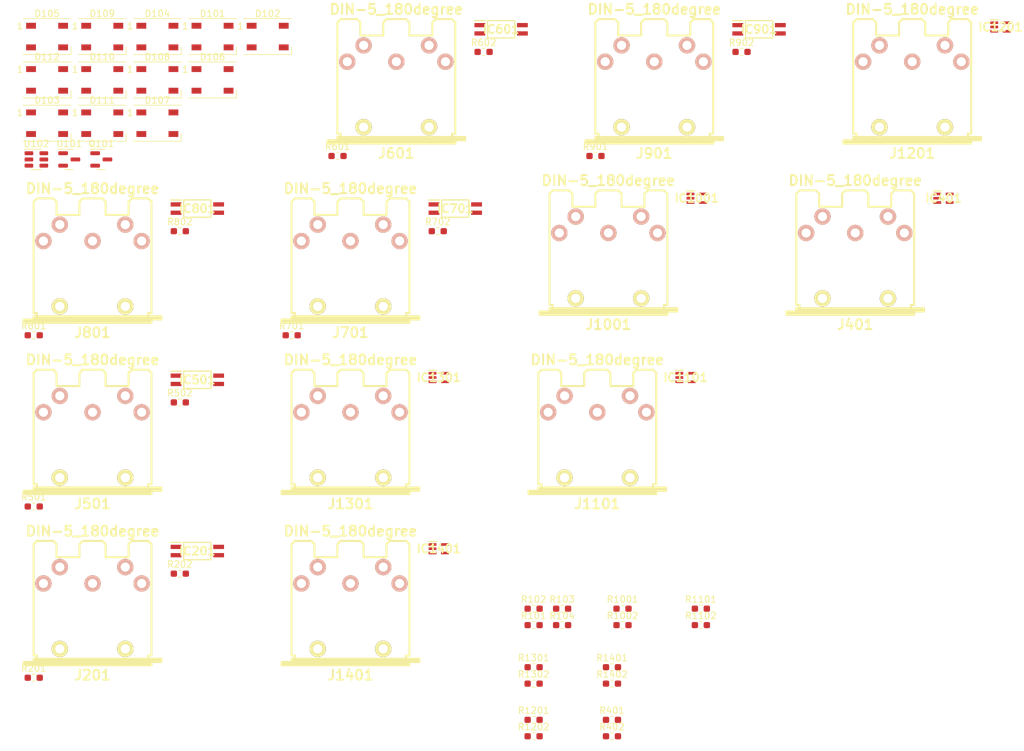
<source format=kicad_pcb>
(kicad_pcb (version 20211014) (generator pcbnew)
  (layers (0 "F.Cu" signal) (31 "B.Cu" signal) (34 "B.Paste" user) (35 "F.Paste" user) (36 "B.SilkS" user "B.Silkscreen") (37 "F.SilkS" user "F.Silkscreen") (38 "B.Mask" user) (39 "F.Mask" user) (44 "Edge.Cuts" user))
  (net 0 "")
  (net 1 "+5V")
  (net 2 "Net-(D101-Pad2)")
  (net 3 "GND")
  (net 4 "WS2812B")
  (net 5 "Net-(D102-Pad2)")
  (net 6 "Net-(D103-Pad2)")
  (net 7 "Net-(D104-Pad2)")
  (net 8 "Net-(D105-Pad2)")
  (net 9 "Net-(D106-Pad2)")
  (net 10 "Net-(D107-Pad2)")
  (net 11 "Net-(D108-Pad2)")
  (net 12 "Net-(D109-Pad2)")
  (net 13 "Net-(D110-Pad2)")
  (net 14 "Net-(D111-Pad2)")
  (net 16 "Net-(D201-Pad1)")
  (net 17 "Net-(D201-Pad2)")
  (net 18 "MIDI_IN1")
  (net 19 "MIDI_OUT1")
  (net 20 "Net-(IC401-Pad4)")
  (net 21 "Net-(D501-Pad1)")
  (net 22 "Net-(D501-Pad2)")
  (net 23 "MIDI_IN2")
  (net 24 "Net-(D601-Pad1)")
  (net 25 "Net-(D601-Pad2)")
  (net 26 "MIDI_IN3")
  (net 27 "Net-(D701-Pad1)")
  (net 28 "Net-(D701-Pad2)")
  (net 29 "MIDI_IN4")
  (net 30 "Net-(D801-Pad1)")
  (net 31 "Net-(D801-Pad2)")
  (net 32 "MIDI_IN5")
  (net 33 "Net-(D901-Pad1)")
  (net 34 "Net-(D901-Pad2)")
  (net 35 "MIDI_IN6")
  (net 36 "MIDI_OUT2")
  (net 37 "Net-(IC1001-Pad4)")
  (net 38 "MIDI_OUT3")
  (net 39 "Net-(IC1101-Pad4)")
  (net 40 "MIDI_OUT4")
  (net 41 "Net-(IC1201-Pad4)")
  (net 42 "MIDI_OUT5")
  (net 43 "Net-(IC1301-Pad4)")
  (net 44 "MIDI_OUT6")
  (net 45 "Net-(IC1401-Pad4)")
  (net 47 "Net-(J201-Pad4)")
  (net 51 "Net-(J401-Pad4)")
  (net 53 "Net-(J401-Pad5)")
  (net 55 "Net-(J501-Pad4)")
  (net 59 "Net-(J601-Pad4)")
  (net 63 "Net-(J701-Pad4)")
  (net 67 "Net-(J801-Pad4)")
  (net 71 "Net-(J901-Pad4)")
  (net 75 "Net-(J1001-Pad4)")
  (net 77 "Net-(J1001-Pad5)")
  (net 79 "Net-(J1101-Pad4)")
  (net 81 "Net-(J1101-Pad5)")
  (net 83 "Net-(J1201-Pad4)")
  (net 85 "Net-(J1201-Pad5)")
  (net 87 "Net-(J1301-Pad4)")
  (net 89 "Net-(J1301-Pad5)")
  (net 91 "Net-(J1401-Pad4)")
  (net 93 "Net-(J1401-Pad5)")
  (net 94 "Net-(Q101-Pad1)")
  (net 95 "+3V3")
  (net 96 "Net-(J102-Pad8)")
  (net 97 "USB_DM")
  (net 98 "Net-(J101-PadA6)")
  (net 99 "USB_DP")
  (net 100 "Net-(J101-PadA7)")
  (net 101 "DISP_BRI")
  (net 102 "Net-(J101-PadA5)")
  (net 103 "Net-(J101-PadB5)")
  (footprint "Footprints:MIDI_DIN5" (layer "F.Cu") (at 203.78676 74.404)
    (fp_text reference "J401" (at 0 11.00074) (layer "F.SilkS") (effects (font (size 1.524 1.524) (thickness 0.3048))))
    (fp_text value "DIN-5_180degree" (at 0 -11.00074) (layer "F.SilkS") (effects (font (size 1.524 1.524) (thickness 0.3048))))
    (pad "" np_thru_hole circle locked (at 5.00126 6.9977) (size 2.49936 2.49936) (drill 1.397) (layers *.Cu *.Mask "F.SilkS"))
    (pad "" np_thru_hole circle locked (at -5.00126 6.9977) (size 2.49936 2.49936) (drill 1.397) (layers *.Cu *.Mask "F.SilkS"))
    (pad "1" thru_hole circle locked (at 7.49808 -2.9972) (size 2.49936 2.49936) (drill 1.397) (layers *.Cu *.SilkS *.Mask))
    (pad "2" thru_hole circle locked (at 0 -2.99974) (size 2.49936 2.49936) (drill 1.397) (layers *.Cu *.SilkS *.Mask) (net 3 "GND"))
    (pad "3" thru_hole circle locked (at -7.49808 -2.9972) (size 2.49936 2.49936) (drill 1.397) (layers *.Cu *.SilkS *.Mask))
    (pad "4" thru_hole circle locked (at 4.99618 -5.4991) (size 2.49936 2.49936) (drill 1.397) (layers *.Cu *.SilkS *.Mask) (net 51 "Net-(J401-Pad4)"))
    (pad "5" thru_hole circle locked (at -4.99618 -5.4991) (size 2.49936 2.49936) (drill 1.397) (layers *.Cu *.SilkS *.Mask) (net 53 "Net-(J401-Pad5)"))
  )
  (footprint "Footprints:SOT65P210X110-5N" (layer "F.Cu") (at 217.259 66.102)
    (fp_text reference "IC401" (at 0 0) (layer "F.SilkS") (effects (font (size 1.27 1.27) (thickness 0.254))))
    (fp_text value "SN74AHC1G125DCKR" hide)
    (pad "1" smd rect locked (at -0.95 -0.65 90) (size 0.4 1.2) (layers "F.Cu" "F.Paste" "F.Mask") (net 3 "GND"))
    (pad "2" smd rect locked (at -0.95 0 90) (size 0.4 1.2) (layers "F.Cu" "F.Paste" "F.Mask") (net 19 "MIDI_OUT1"))
    (pad "3" smd rect locked (at -0.95 0.65 90) (size 0.4 1.2) (layers "F.Cu" "F.Paste" "F.Mask") (net 3 "GND"))
    (pad "4" smd rect locked (at 0.95 0.65 90) (size 0.4 1.2) (layers "F.Cu" "F.Paste" "F.Mask") (net 20 "Net-(IC401-Pad4)"))
    (pad "5" smd rect locked (at 0.95 -0.65 90) (size 0.4 1.2) (layers "F.Cu" "F.Paste" "F.Mask") (net 1 "+5V"))
  )
  (footprint "LED_SMD:LED_WS2812B_PLCC4_5.0x5.0mm_P3.2mm" (layer "F.Cu") (at 80.404 48.022)
    (fp_text reference "D112" (at 0 -3.5) (layer "F.SilkS"))
    (fp_text value "WS2812B")
    (fp_text user "1" (at -4.15 -1.6) (layer "F.SilkS"))
    (pad "1" smd rect (at -2.45 -1.65) (size 1.5 0.9) (layers "F.Cu" "F.Paste" "F.Mask") (net 1 "+5V"))
    (pad "2" smd rect (at -2.45 1.65) (size 1.5 0.9) (layers "F.Cu" "F.Paste" "F.Mask"))
    (pad "3" smd rect (at 2.45 1.65) (size 1.5 0.9) (layers "F.Cu" "F.Paste" "F.Mask") (net 3 "GND"))
    (pad "4" smd rect (at 2.45 -1.65) (size 1.5 0.9) (layers "F.Cu" "F.Paste" "F.Mask") (net 14 "Net-(D111-Pad2)"))
  )
  (footprint "LED_SMD:LED_WS2812B_PLCC4_5.0x5.0mm_P3.2mm" (layer "F.Cu") (at 114.084 41.402)
    (fp_text reference "D102" (at 0 -3.5) (layer "F.SilkS"))
    (fp_text value "WS2812B")
    (fp_text user "1" (at -4.15 -1.6) (layer "F.SilkS"))
    (pad "1" smd rect (at -2.45 -1.65) (size 1.5 0.9) (layers "F.Cu" "F.Paste" "F.Mask") (net 1 "+5V"))
    (pad "2" smd rect (at -2.45 1.65) (size 1.5 0.9) (layers "F.Cu" "F.Paste" "F.Mask") (net 5 "Net-(D102-Pad2)"))
    (pad "3" smd rect (at 2.45 1.65) (size 1.5 0.9) (layers "F.Cu" "F.Paste" "F.Mask") (net 3 "GND"))
    (pad "4" smd rect (at 2.45 -1.65) (size 1.5 0.9) (layers "F.Cu" "F.Paste" "F.Mask") (net 2 "Net-(D101-Pad2)"))
  )
  (footprint "Resistor_SMD:R_0603_1608Metric_Pad0.98x0.95mm_HandSolder" (layer "F.Cu") (at 100.669 123.457)
    (fp_text reference "R202" (at 0 -1.43) (layer "F.SilkS"))
    (fp_text value "220")
    (pad "1" smd roundrect (at -0.9125 0) (size 0.975 0.95) (layers "F.Cu" "F.Paste" "F.Mask") (net 18 "MIDI_IN1"))
    (pad "2" smd roundrect (at 0.9125 0) (size 0.975 0.95) (layers "F.Cu" "F.Paste" "F.Mask") (net 95 "+3V3"))
  )
  (footprint "LED_SMD:LED_WS2812B_PLCC4_5.0x5.0mm_P3.2mm" (layer "F.Cu") (at 88.824 54.642)
    (fp_text reference "D111" (at 0 -3.5) (layer "F.SilkS"))
    (fp_text value "WS2812B")
    (fp_text user "1" (at -4.15 -1.6) (layer "F.SilkS"))
    (pad "1" smd rect (at -2.45 -1.65) (size 1.5 0.9) (layers "F.Cu" "F.Paste" "F.Mask") (net 1 "+5V"))
    (pad "2" smd rect (at -2.45 1.65) (size 1.5 0.9) (layers "F.Cu" "F.Paste" "F.Mask") (net 14 "Net-(D111-Pad2)"))
    (pad "3" smd rect (at 2.45 1.65) (size 1.5 0.9) (layers "F.Cu" "F.Paste" "F.Mask") (net 3 "GND"))
    (pad "4" smd rect (at 2.45 -1.65) (size 1.5 0.9) (layers "F.Cu" "F.Paste" "F.Mask") (net 13 "Net-(D110-Pad2)"))
  )
  (footprint "Footprints:MIDI_DIN5" (layer "F.Cu") (at 173.10676 48.244)
    (fp_text reference "J901" (at 0 11.00074) (layer "F.SilkS") (effects (font (size 1.524 1.524) (thickness 0.3048))))
    (fp_text value "DIN-5_180degree" (at 0 -11.00074) (layer "F.SilkS") (effects (font (size 1.524 1.524) (thickness 0.3048))))
    (pad "" np_thru_hole circle locked (at -5.00126 6.9977) (size 2.49936 2.49936) (drill 1.397) (layers *.Cu *.Mask "F.SilkS"))
    (pad "" np_thru_hole circle locked (at 5.00126 6.9977) (size 2.49936 2.49936) (drill 1.397) (layers *.Cu *.Mask "F.SilkS"))
    (pad "1" thru_hole circle locked (at 7.49808 -2.9972) (size 2.49936 2.49936) (drill 1.397) (layers *.Cu *.SilkS *.Mask))
    (pad "2" thru_hole circle locked (at 0 -2.99974) (size 2.49936 2.49936) (drill 1.397) (layers *.Cu *.SilkS *.Mask))
    (pad "3" thru_hole circle locked (at -7.49808 -2.9972) (size 2.49936 2.49936) (drill 1.397) (layers *.Cu *.SilkS *.Mask))
    (pad "4" thru_hole circle locked (at 4.99618 -5.4991) (size 2.49936 2.49936) (drill 1.397) (layers *.Cu *.SilkS *.Mask) (net 71 "Net-(J901-Pad4)"))
    (pad "5" thru_hole circle locked (at -4.99618 -5.4991) (size 2.49936 2.49936) (drill 1.397) (layers *.Cu *.SilkS *.Mask) (net 34 "Net-(D901-Pad2)"))
  )
  (footprint "Resistor_SMD:R_0603_1608Metric_Pad0.98x0.95mm_HandSolder" (layer "F.Cu") (at 117.749 87.037)
    (fp_text reference "R701" (at 0 -1.43) (layer "F.SilkS"))
    (fp_text value "220")
    (pad "1" smd roundrect (at -0.9125 0) (size 0.975 0.95) (layers "F.Cu" "F.Paste" "F.Mask") (net 63 "Net-(J701-Pad4)"))
    (pad "2" smd roundrect (at 0.9125 0) (size 0.975 0.95) (layers "F.Cu" "F.Paste" "F.Mask") (net 27 "Net-(D701-Pad1)"))
  )
  (footprint "Resistor_SMD:R_0603_1608Metric_Pad0.98x0.95mm_HandSolder" (layer "F.Cu") (at 154.686 128.808)
    (fp_text reference "R102" (at 0 -1.43) (layer "F.SilkS"))
    (fp_text value "4.7k")
    (pad "1" smd roundrect (at -0.9125 0) (size 0.975 0.95) (layers "F.Cu" "F.Paste" "F.Mask") (net 94 "Net-(Q101-Pad1)"))
    (pad "2" smd roundrect (at 0.9125 0) (size 0.975 0.95) (layers "F.Cu" "F.Paste" "F.Mask") (net 3 "GND"))
  )
  (footprint "Footprints:MIDI_DIN5" (layer "F.Cu") (at 126.72676 127.954)
    (fp_text reference "J1401" (at 0 11.00074) (layer "F.SilkS") (effects (font (size 1.524 1.524) (thickness 0.3048))))
    (fp_text value "DIN-5_180degree" (at 0 -11.00074) (layer "F.SilkS") (effects (font (size 1.524 1.524) (thickness 0.3048))))
    (pad "" np_thru_hole circle locked (at -5.00126 6.9977) (size 2.49936 2.49936) (drill 1.397) (layers *.Cu *.Mask "F.SilkS"))
    (pad "" np_thru_hole circle locked (at 5.00126 6.9977) (size 2.49936 2.49936) (drill 1.397) (layers *.Cu *.Mask "F.SilkS"))
    (pad "1" thru_hole circle locked (at 7.49808 -2.9972) (size 2.49936 2.49936) (drill 1.397) (layers *.Cu *.SilkS *.Mask))
    (pad "2" thru_hole circle locked (at 0 -2.99974) (size 2.49936 2.49936) (drill 1.397) (layers *.Cu *.SilkS *.Mask) (net 3 "GND"))
    (pad "3" thru_hole circle locked (at -7.49808 -2.9972) (size 2.49936 2.49936) (drill 1.397) (layers *.Cu *.SilkS *.Mask))
    (pad "4" thru_hole circle locked (at 4.99618 -5.4991) (size 2.49936 2.49936) (drill 1.397) (layers *.Cu *.SilkS *.Mask) (net 91 "Net-(J1401-Pad4)"))
    (pad "5" thru_hole circle locked (at -4.99618 -5.4991) (size 2.49936 2.49936) (drill 1.397) (layers *.Cu *.SilkS *.Mask) (net 93 "Net-(J1401-Pad5)"))
  )
  (footprint "Footprints:SOIC127P700X230-4N" (layer "F.Cu") (at 149.724 40.292)
    (fp_text reference "IC601" (at 0 0) (layer "F.SilkS") (effects (font (size 1.27 1.27) (thickness 0.254))))
    (fp_text value "TLP293_GR-TPL,E" hide)
    (pad "1" smd rect locked (at -3.25 -0.635 90) (size 0.65 1.65) (layers "F.Cu" "F.Paste" "F.Mask") (net 24 "Net-(D601-Pad1)"))
    (pad "2" smd rect locked (at -3.25 0.635 90) (size 0.65 1.65) (layers "F.Cu" "F.Paste" "F.Mask") (net 25 "Net-(D601-Pad2)"))
    (pad "3" smd rect locked (at 3.25 0.635 90) (size 0.65 1.65) (layers "F.Cu" "F.Paste" "F.Mask") (net 3 "GND"))
    (pad "4" smd rect locked (at 3.25 -0.635 90) (size 0.65 1.65) (layers "F.Cu" "F.Paste" "F.Mask") (net 26 "MIDI_IN3"))
  )
  (footprint "Footprints:MIDI_DIN5" (layer "F.Cu") (at 133.72676 48.244)
    (fp_text reference "J601" (at 0 11.00074) (layer "F.SilkS") (effects (font (size 1.524 1.524) (thickness 0.3048))))
    (fp_text value "DIN-5_180degree" (at 0 -11.00074) (layer "F.SilkS") (effects (font (size 1.524 1.524) (thickness 0.3048))))
    (pad "" np_thru_hole circle locked (at -5.00126 6.9977) (size 2.49936 2.49936) (drill 1.397) (layers *.Cu *.Mask "F.SilkS"))
    (pad "" np_thru_hole circle locked (at 5.00126 6.9977) (size 2.49936 2.49936) (drill 1.397) (layers *.Cu *.Mask "F.SilkS"))
    (pad "1" thru_hole circle locked (at 7.49808 -2.9972) (size 2.49936 2.49936) (drill 1.397) (layers *.Cu *.SilkS *.Mask))
    (pad "2" thru_hole circle locked (at 0 -2.99974) (size 2.49936 2.49936) (drill 1.397) (layers *.Cu *.SilkS *.Mask))
    (pad "3" thru_hole circle locked (at -7.49808 -2.9972) (size 2.49936 2.49936) (drill 1.397) (layers *.Cu *.SilkS *.Mask))
    (pad "4" thru_hole circle locked (at 4.99618 -5.4991) (size 2.49936 2.49936) (drill 1.397) (layers *.Cu *.SilkS *.Mask) (net 59 "Net-(J601-Pad4)"))
    (pad "5" thru_hole circle locked (at -4.99618 -5.4991) (size 2.49936 2.49936) (drill 1.397) (layers *.Cu *.SilkS *.Mask) (net 25 "Net-(D601-Pad2)"))
  )
  (footprint "Resistor_SMD:R_0603_1608Metric_Pad0.98x0.95mm_HandSolder" (layer "F.Cu") (at 154.686 131.318)
    (fp_text reference "R101" (at 0 -1.43) (layer "F.SilkS"))
    (fp_text value "470")
    (pad "1" smd roundrect (at -0.9125 0) (size 0.975 0.95) (layers "F.Cu" "F.Paste" "F.Mask") (net 101 "DISP_BRI"))
    (pad "2" smd roundrect (at 0.9125 0) (size 0.975 0.95) (layers "F.Cu" "F.Paste" "F.Mask") (net 94 "Net-(Q101-Pad1)"))
  )
  (footprint "LED_SMD:LED_WS2812B_PLCC4_5.0x5.0mm_P3.2mm" (layer "F.Cu") (at 88.824 48.022)
    (fp_text reference "D110" (at 0 -3.5) (layer "F.SilkS"))
    (fp_text value "WS2812B")
    (fp_text user "1" (at -4.15 -1.6) (layer "F.SilkS"))
    (pad "1" smd rect (at -2.45 -1.65) (size 1.5 0.9) (layers "F.Cu" "F.Paste" "F.Mask") (net 1 "+5V"))
    (pad "2" smd rect (at -2.45 1.65) (size 1.5 0.9) (layers "F.Cu" "F.Paste" "F.Mask") (net 13 "Net-(D110-Pad2)"))
    (pad "3" smd rect (at 2.45 1.65) (size 1.5 0.9) (layers "F.Cu" "F.Paste" "F.Mask") (net 3 "GND"))
    (pad "4" smd rect (at 2.45 -1.65) (size 1.5 0.9) (layers "F.Cu" "F.Paste" "F.Mask") (net 12 "Net-(D109-Pad2)"))
  )
  (footprint "Resistor_SMD:R_0603_1608Metric_Pad0.98x0.95mm_HandSolder" (layer "F.Cu") (at 166.646 145.788)
    (fp_text reference "R401" (at 0 -1.43) (layer "F.SilkS"))
    (fp_text value "220")
    (pad "1" smd roundrect (at -0.9125 0) (size 0.975 0.95) (layers "F.Cu" "F.Paste" "F.Mask") (net 20 "Net-(IC401-Pad4)"))
    (pad "2" smd roundrect (at 0.9125 0) (size 0.975 0.95) (layers "F.Cu" "F.Paste" "F.Mask") (net 53 "Net-(J401-Pad5)"))
  )
  (footprint "Footprints:SOIC127P700X230-4N" (layer "F.Cu") (at 142.724 67.682)
    (fp_text reference "IC701" (at 0 0) (layer "F.SilkS") (effects (font (size 1.27 1.27) (thickness 0.254))))
    (fp_text value "TLP293_GR-TPL,E" hide)
    (pad "1" smd rect locked (at -3.25 -0.635 90) (size 0.65 1.65) (layers "F.Cu" "F.Paste" "F.Mask") (net 27 "Net-(D701-Pad1)"))
    (pad "2" smd rect locked (at -3.25 0.635 90) (size 0.65 1.65) (layers "F.Cu" "F.Paste" "F.Mask") (net 28 "Net-(D701-Pad2)"))
    (pad "3" smd rect locked (at 3.25 0.635 90) (size 0.65 1.65) (layers "F.Cu" "F.Paste" "F.Mask") (net 3 "GND"))
    (pad "4" smd rect locked (at 3.25 -0.635 90) (size 0.65 1.65) (layers "F.Cu" "F.Paste" "F.Mask") (net 29 "MIDI_IN4"))
  )
  (footprint "Package_TO_SOT_SMD:SOT-23-6" (layer "F.Cu") (at 78.769 60.177)
    (fp_text reference "U102" (at 0 -2.4) (layer "F.SilkS"))
    (fp_text value "USBLC6-2SC6")
    (pad "1" smd roundrect (at -1.1375 -0.95) (size 1.325 0.6) (layers "F.Cu" "F.Paste" "F.Mask") (net 97 "USB_DM"))
    (pad "2" smd roundrect (at -1.1375 0) (size 1.325 0.6) (layers "F.Cu" "F.Paste" "F.Mask") (net 3 "GND"))
    (pad "3" smd roundrect (at -1.1375 0.95) (size 1.325 0.6) (layers "F.Cu" "F.Paste" "F.Mask") (net 98 "Net-(J101-PadA6)"))
    (pad "4" smd roundrect (at 1.1375 0.95) (size 1.325 0.6) (layers "F.Cu" "F.Paste" "F.Mask") (net 99 "USB_DP"))
    (pad "5" smd roundrect (at 1.1375 0) (size 1.325 0.6) (layers "F.Cu" "F.Paste" "F.Mask") (net 1 "+5V"))
    (pad "6" smd roundrect (at 1.1375 -0.95) (size 1.325 0.6) (layers "F.Cu" "F.Paste" "F.Mask") (net 100 "Net-(J101-PadA7)"))
  )
  (footprint "Resistor_SMD:R_0603_1608Metric_Pad0.98x0.95mm_HandSolder" (layer "F.Cu") (at 100.669 97.297)
    (fp_text reference "R502" (at 0 -1.43) (layer "F.SilkS"))
    (fp_text value "220")
    (pad "1" smd roundrect (at -0.9125 0) (size 0.975 0.95) (layers "F.Cu" "F.Paste" "F.Mask") (net 23 "MIDI_IN2"))
    (pad "2" smd roundrect (at 0.9125 0) (size 0.975 0.95) (layers "F.Cu" "F.Paste" "F.Mask") (net 95 "+3V3"))
  )
  (footprint "LED_SMD:LED_WS2812B_PLCC4_5.0x5.0mm_P3.2mm" (layer "F.Cu") (at 88.824 41.402)
    (fp_text reference "D109" (at 0 -3.5) (layer "F.SilkS"))
    (fp_text value "WS2812B")
    (fp_text user "1" (at -4.15 -1.6) (layer "F.SilkS"))
    (pad "1" smd rect (at -2.45 -1.65) (size 1.5 0.9) (layers "F.Cu" "F.Paste" "F.Mask") (net 1 "+5V"))
    (pad "2" smd rect (at -2.45 1.65) (size 1.5 0.9) (layers "F.Cu" "F.Paste" "F.Mask") (net 12 "Net-(D109-Pad2)"))
    (pad "3" smd rect (at 2.45 1.65) (size 1.5 0.9) (layers "F.Cu" "F.Paste" "F.Mask") (net 3 "GND"))
    (pad "4" smd rect (at 2.45 -1.65) (size 1.5 0.9) (layers "F.Cu" "F.Paste" "F.Mask") (net 11 "Net-(D108-Pad2)"))
  )
  (footprint "Resistor_SMD:R_0603_1608Metric_Pad0.98x0.95mm_HandSolder" (layer "F.Cu") (at 166.646 140.258)
    (fp_text reference "R1402" (at 0 -1.43) (layer "F.SilkS"))
    (fp_text value "220")
    (pad "1" smd roundrect (at -0.9125 0) (size 0.975 0.95) (layers "F.Cu" "F.Paste" "F.Mask") (net 91 "Net-(J1401-Pad4)"))
    (pad "2" smd roundrect (at 0.9125 0) (size 0.975 0.95) (layers "F.Cu" "F.Paste" "F.Mask") (net 1 "+5V"))
  )
  (footprint "LED_SMD:LED_WS2812B_PLCC4_5.0x5.0mm_P3.2mm" (layer "F.Cu") (at 97.244 54.642)
    (fp_text reference "D107" (at 0 -3.5) (layer "F.SilkS"))
    (fp_text value "WS2812B")
    (fp_text user "1" (at -4.15 -1.6) (layer "F.SilkS"))
    (pad "1" smd rect (at -2.45 -1.65) (size 1.5 0.9) (layers "F.Cu" "F.Paste" "F.Mask") (net 1 "+5V"))
    (pad "2" smd rect (at -2.45 1.65) (size 1.5 0.9) (layers "F.Cu" "F.Paste" "F.Mask") (net 10 "Net-(D107-Pad2)"))
    (pad "3" smd rect (at 2.45 1.65) (size 1.5 0.9) (layers "F.Cu" "F.Paste" "F.Mask") (net 3 "GND"))
    (pad "4" smd rect (at 2.45 -1.65) (size 1.5 0.9) (layers "F.Cu" "F.Paste" "F.Mask") (net 9 "Net-(D106-Pad2)"))
  )
  (footprint "Footprints:MIDI_DIN5" (layer "F.Cu") (at 87.34676 75.634)
    (fp_text reference "J801" (at 0 11.00074) (layer "F.SilkS") (effects (font (size 1.524 1.524) (thickness 0.3048))))
    (fp_text value "DIN-5_180degree" (at 0 -11.00074) (layer "F.SilkS") (effects (font (size 1.524 1.524) (thickness 0.3048))))
    (pad "" np_thru_hole circle locked (at -5.00126 6.9977) (size 2.49936 2.49936) (drill 1.397) (layers *.Cu *.Mask "F.SilkS"))
    (pad "" np_thru_hole circle locked (at 5.00126 6.9977) (size 2.49936 2.49936) (drill 1.397) (layers *.Cu *.Mask "F.SilkS"))
    (pad "1" thru_hole circle locked (at 7.49808 -2.9972) (size 2.49936 2.49936) (drill 1.397) (layers *.Cu *.SilkS *.Mask))
    (pad "2" thru_hole circle locked (at 0 -2.99974) (size 2.49936 2.49936) (drill 1.397) (layers *.Cu *.SilkS *.Mask))
    (pad "3" thru_hole circle locked (at -7.49808 -2.9972) (size 2.49936 2.49936) (drill 1.397) (layers *.Cu *.SilkS *.Mask))
    (pad "4" thru_hole circle locked (at 4.99618 -5.4991) (size 2.49936 2.49936) (drill 1.397) (layers *.Cu *.SilkS *.Mask) (net 67 "Net-(J801-Pad4)"))
    (pad "5" thru_hole circle locked (at -4.99618 -5.4991) (size 2.49936 2.49936) (drill 1.397) (layers *.Cu *.SilkS *.Mask) (net 31 "Net-(D801-Pad2)"))
  )
  (footprint "Footprints:SOT65P210X110-5N" (layer "F.Cu") (at 140.199 119.652)
    (fp_text reference "IC1401" (at 0 0) (layer "F.SilkS") (effects (font (size 1.27 1.27) (thickness 0.254))))
    (fp_text value "SN74AHC1G125DCKR" hide)
    (pad "1" smd rect locked (at -0.95 -0.65 90) (size 0.4 1.2) (layers "F.Cu" "F.Paste" "F.Mask") (net 3 "GND"))
    (pad "2" smd rect locked (at -0.95 0 90) (size 0.4 1.2) (layers "F.Cu" "F.Paste" "F.Mask") (net 44 "MIDI_OUT6"))
    (pad "3" smd rect locked (at -0.95 0.65 90) (size 0.4 1.2) (layers "F.Cu" "F.Paste" "F.Mask") (net 3 "GND"))
    (pad "4" smd rect locked (at 0.95 0.65 90) (size 0.4 1.2) (layers "F.Cu" "F.Paste" "F.Mask") (net 45 "Net-(IC1401-Pad4)"))
    (pad "5" smd rect locked (at 0.95 -0.65 90) (size 0.4 1.2) (layers "F.Cu" "F.Paste" "F.Mask") (net 1 "+5V"))
  )
  (footprint "Resistor_SMD:R_0603_1608Metric_Pad0.98x0.95mm_HandSolder" (layer "F.Cu") (at 124.749 59.647)
    (fp_text reference "R601" (at 0 -1.43) (layer "F.SilkS"))
    (fp_text value "220")
    (pad "1" smd roundrect (at -0.9125 0) (size 0.975 0.95) (layers "F.Cu" "F.Paste" "F.Mask") (net 59 "Net-(J601-Pad4)"))
    (pad "2" smd roundrect (at 0.9125 0) (size 0.975 0.95) (layers "F.Cu" "F.Paste" "F.Mask") (net 24 "Net-(D601-Pad1)"))
  )
  (footprint "Footprints:SOT65P210X110-5N" (layer "F.Cu") (at 225.959 39.942)
    (fp_text reference "IC1201" (at 0 0) (layer "F.SilkS") (effects (font (size 1.27 1.27) (thickness 0.254))))
    (fp_text value "SN74AHC1G125DCKR" hide)
    (pad "1" smd rect locked (at -0.95 -0.65 90) (size 0.4 1.2) (layers "F.Cu" "F.Paste" "F.Mask") (net 3 "GND"))
    (pad "2" smd rect locked (at -0.95 0 90) (size 0.4 1.2) (layers "F.Cu" "F.Paste" "F.Mask") (net 40 "MIDI_OUT4"))
    (pad "3" smd rect locked (at -0.95 0.65 90) (size 0.4 1.2) (layers "F.Cu" "F.Paste" "F.Mask") (net 3 "GND"))
    (pad "4" smd rect locked (at 0.95 0.65 90) (size 0.4 1.2) (layers "F.Cu" "F.Paste" "F.Mask") (net 41 "Net-(IC1201-Pad4)"))
    (pad "5" smd rect locked (at 0.95 -0.65 90) (size 0.4 1.2) (layers "F.Cu" "F.Paste" "F.Mask") (net 1 "+5V"))
  )
  (footprint "Resistor_SMD:R_0603_1608Metric_Pad0.98x0.95mm_HandSolder" (layer "F.Cu") (at 154.686 148.298)
    (fp_text reference "R1202" (at 0 -1.43) (layer "F.SilkS"))
    (fp_text value "220")
    (pad "1" smd roundrect (at -0.9125 0) (size 0.975 0.95) (layers "F.Cu" "F.Paste" "F.Mask") (net 83 "Net-(J1201-Pad4)"))
    (pad "2" smd roundrect (at 0.9125 0) (size 0.975 0.95) (layers "F.Cu" "F.Paste" "F.Mask") (net 1 "+5V"))
  )
  (footprint "Footprints:SOIC127P700X230-4N" (layer "F.Cu") (at 103.344 93.842)
    (fp_text reference "IC501" (at 0 0) (layer "F.SilkS") (effects (font (size 1.27 1.27) (thickness 0.254))))
    (fp_text value "TLP293_GR-TPL,E" hide)
    (pad "1" smd rect locked (at -3.25 -0.635 90) (size 0.65 1.65) (layers "F.Cu" "F.Paste" "F.Mask") (net 21 "Net-(D501-Pad1)"))
    (pad "2" smd rect locked (at -3.25 0.635 90) (size 0.65 1.65) (layers "F.Cu" "F.Paste" "F.Mask") (net 22 "Net-(D501-Pad2)"))
    (pad "3" smd rect locked (at 3.25 0.635 90) (size 0.65 1.65) (layers "F.Cu" "F.Paste" "F.Mask") (net 3 "GND"))
    (pad "4" smd rect locked (at 3.25 -0.635 90) (size 0.65 1.65) (layers "F.Cu" "F.Paste" "F.Mask") (net 23 "MIDI_IN2"))
  )
  (footprint "Footprints:MIDI_DIN5" (layer "F.Cu") (at 87.34676 101.794)
    (fp_text reference "J501" (at 0 11.00074) (layer "F.SilkS") (effects (font (size 1.524 1.524) (thickness 0.3048))))
    (fp_text value "DIN-5_180degree" (at 0 -11.00074) (layer "F.SilkS") (effects (font (size 1.524 1.524) (thickness 0.3048))))
    (pad "" np_thru_hole circle locked (at -5.00126 6.9977) (size 2.49936 2.49936) (drill 1.397) (layers *.Cu *.Mask "F.SilkS"))
    (pad "" np_thru_hole circle locked (at 5.00126 6.9977) (size 2.49936 2.49936) (drill 1.397) (layers *.Cu *.Mask "F.SilkS"))
    (pad "1" thru_hole circle locked (at 7.49808 -2.9972) (size 2.49936 2.49936) (drill 1.397) (layers *.Cu *.SilkS *.Mask))
    (pad "2" thru_hole circle locked (at 0 -2.99974) (size 2.49936 2.49936) (drill 1.397) (layers *.Cu *.SilkS *.Mask))
    (pad "3" thru_hole circle locked (at -7.49808 -2.9972) (size 2.49936 2.49936) (drill 1.397) (layers *.Cu *.SilkS *.Mask))
    (pad "4" thru_hole circle locked (at 4.99618 -5.4991) (size 2.49936 2.49936) (drill 1.397) (layers *.Cu *.SilkS *.Mask) (net 55 "Net-(J501-Pad4)"))
    (pad "5" thru_hole circle locked (at -4.99618 -5.4991) (size 2.49936 2.49936) (drill 1.397) (layers *.Cu *.SilkS *.Mask) (net 22 "Net-(D501-Pad2)"))
  )
  (footprint "Resistor_SMD:R_0603_1608Metric_Pad0.98x0.95mm_HandSolder" (layer "F.Cu") (at 164.129 59.647)
    (fp_text reference "R901" (at 0 -1.43) (layer "F.SilkS"))
    (fp_text value "220")
    (pad "1" smd roundrect (at -0.9125 0) (size 0.975 0.95) (layers "F.Cu" "F.Paste" "F.Mask") (net 71 "Net-(J901-Pad4)"))
    (pad "2" smd roundrect (at 0.9125 0) (size 0.975 0.95) (layers "F.Cu" "F.Paste" "F.Mask") (net 33 "Net-(D901-Pad1)"))
  )
  (footprint "Resistor_SMD:R_0603_1608Metric_Pad0.98x0.95mm_HandSolder" (layer "F.Cu") (at 140.049 71.137)
    (fp_text reference "R702" (at 0 -1.43) (layer "F.SilkS"))
    (fp_text value "220")
    (pad "1" smd roundrect (at -0.9125 0) (size 0.975 0.95) (layers "F.Cu" "F.Paste" "F.Mask") (net 29 "MIDI_IN4"))
    (pad "2" smd roundrect (at 0.9125 0) (size 0.975 0.95) (layers "F.Cu" "F.Paste" "F.Mask") (net 95 "+3V3"))
  )
  (footprint "Footprints:MIDI_DIN5" (layer "F.Cu") (at 166.10676 74.404)
    (fp_text reference "J1001" (at 0 11.00074) (layer "F.SilkS") (effects (font (size 1.524 1.524) (thickness 0.3048))))
    (fp_text value "DIN-5_180degree" (at 0 -11.00074) (layer "F.SilkS") (effects (font (size 1.524 1.524) (thickness 0.3048))))
    (pad "" np_thru_hole circle locked (at -5.00126 6.9977) (size 2.49936 2.49936) (drill 1.397) (layers *.Cu *.Mask "F.SilkS"))
    (pad "" np_thru_hole circle locked (at 5.00126 6.9977) (size 2.49936 2.49936) (drill 1.397) (layers *.Cu *.Mask "F.SilkS"))
    (pad "1" thru_hole circle locked (at 7.49808 -2.9972) (size 2.49936 2.49936) (drill 1.397) (layers *.Cu *.SilkS *.Mask))
    (pad "2" thru_hole circle locked (at 0 -2.99974) (size 2.49936 2.49936) (drill 1.397) (layers *.Cu *.SilkS *.Mask) (net 3 "GND"))
    (pad "3" thru_hole circle locked (at -7.49808 -2.9972) (size 2.49936 2.49936) (drill 1.397) (layers *.Cu *.SilkS *.Mask))
    (pad "4" thru_hole circle locked (at 4.99618 -5.4991) (size 2.49936 2.49936) (drill 1.397) (layers *.Cu *.SilkS *.Mask) (net 75 "Net-(J1001-Pad4)"))
    (pad "5" thru_hole circle locked (at -4.99618 -5.4991) (size 2.49936 2.49936) (drill 1.397) (layers *.Cu *.SilkS *.Mask) (net 77 "Net-(J1001-Pad5)"))
  )
  (footprint "Footprints:MIDI_DIN5" (layer "F.Cu") (at 126.72676 101.794)
    (fp_text reference "J1301" (at 0 11.00074) (layer "F.SilkS") (effects (font (size 1.524 1.524) (thickness 0.3048))))
    (fp_text value "DIN-5_180degree" (at 0 -11.00074) (layer "F.SilkS") (effects (font (size 1.524 1.524) (thickness 0.3048))))
    (pad "" np_thru_hole circle locked (at 5.00126 6.9977) (size 2.49936 2.49936) (drill 1.397) (layers *.Cu *.Mask "F.SilkS"))
    (pad "" np_thru_hole circle locked (at -5.00126 6.9977) (size 2.49936 2.49936) (drill 1.397) (layers *.Cu *.Mask "F.SilkS"))
    (pad "1" thru_hole circle locked (at 7.49808 -2.9972) (size 2.49936 2.49936) (drill 1.397) (layers *.Cu *.SilkS *.Mask))
    (pad "2" thru_hole circle locked (at 0 -2.99974) (size 2.49936 2.49936) (drill 1.397) (layers *.Cu *.SilkS *.Mask) (net 3 "GND"))
    (pad "3" thru_hole circle locked (at -7.49808 -2.9972) (size 2.49936 2.49936) (drill 1.397) (layers *.Cu *.SilkS *.Mask))
    (pad "4" thru_hole circle locked (at 4.99618 -5.4991) (size 2.49936 2.49936) (drill 1.397) (layers *.Cu *.SilkS *.Mask) (net 87 "Net-(J1301-Pad4)"))
    (pad "5" thru_hole circle locked (at -4.99618 -5.4991) (size 2.49936 2.49936) (drill 1.397) (layers *.Cu *.SilkS *.Mask) (net 89 "Net-(J1301-Pad5)"))
  )
  (footprint "Resistor_SMD:R_0603_1608Metric_Pad0.98x0.95mm_HandSolder" (layer "F.Cu") (at 154.686 140.258)
    (fp_text reference "R1302" (at 0 -1.43) (layer "F.SilkS"))
    (fp_text value "220")
    (pad "1" smd roundrect (at -0.9125 0) (size 0.975 0.95) (layers "F.Cu" "F.Paste" "F.Mask") (net 87 "Net-(J1301-Pad4)"))
    (pad "2" smd roundrect (at 0.9125 0) (size 0.975 0.95) (layers "F.Cu" "F.Paste" "F.Mask") (net 1 "+5V"))
  )
  (footprint "Resistor_SMD:R_0603_1608Metric_Pad0.98x0.95mm_HandSolder" (layer "F.Cu") (at 186.429 43.747)
    (fp_text reference "R902" (at 0 -1.43) (layer "F.SilkS"))
    (fp_text value "220")
    (pad "1" smd roundrect (at -0.9125 0) (size 0.975 0.95) (layers "F.Cu" "F.Paste" "F.Mask") (net 35 "MIDI_IN6"))
    (pad "2" smd roundrect (at 0.9125 0) (size 0.975 0.95) (layers "F.Cu" "F.Paste" "F.Mask") (net 95 "+3V3"))
  )
  (footprint "Resistor_SMD:R_0603_1608Metric_Pad0.98x0.95mm_HandSolder" (layer "F.Cu") (at 166.646 148.298)
    (fp_text reference "R402" (at 0 -1.43) (layer "F.SilkS"))
    (fp_text value "220")
    (pad "1" smd roundrect (at -0.9125 0) (size 0.975 0.95) (layers "F.Cu" "F.Paste" "F.Mask") (net 51 "Net-(J401-Pad4)"))
    (pad "2" smd roundrect (at 0.9125 0) (size 0.975 0.95) (layers "F.Cu" "F.Paste" "F.Mask") (net 1 "+5V"))
  )
  (footprint "Resistor_SMD:R_0603_1608Metric_Pad0.98x0.95mm_HandSolder" (layer "F.Cu") (at 154.686 145.788)
    (fp_text reference "R1201" (at 0 -1.43) (layer "F.SilkS"))
    (fp_text value "220")
    (pad "1" smd roundrect (at -0.9125 0) (size 0.975 0.95) (layers "F.Cu" "F.Paste" "F.Mask") (net 41 "Net-(IC1201-Pad4)"))
    (pad "2" smd roundrect (at 0.9125 0) (size 0.975 0.95) (layers "F.Cu" "F.Paste" "F.Mask") (net 85 "Net-(J1201-Pad5)"))
  )
  (footprint "Resistor_SMD:R_0603_1608Metric_Pad0.98x0.95mm_HandSolder" (layer "F.Cu") (at 147.049 43.747)
    (fp_text reference "R602" (at 0 -1.43) (layer "F.SilkS"))
    (fp_text value "220")
    (pad "1" smd roundrect (at -0.9125 0) (size 0.975 0.95) (layers "F.Cu" "F.Paste" "F.Mask") (net 26 "MIDI_IN3"))
    (pad "2" smd roundrect (at 0.9125 0) (size 0.975 0.95) (layers "F.Cu" "F.Paste" "F.Mask") (net 95 "+3V3"))
  )
  (footprint "Footprints:MIDI_DIN5" (layer "F.Cu") (at 126.72676 75.634)
    (fp_text reference "J701" (at 0 11.00074) (layer "F.SilkS") (effects (font (size 1.524 1.524) (thickness 0.3048))))
    (fp_text value "DIN-5_180degree" (at 0 -11.00074) (layer "F.SilkS") (effects (font (size 1.524 1.524) (thickness 0.3048))))
    (pad "" np_thru_hole circle locked (at 5.00126 6.9977) (size 2.49936 2.49936) (drill 1.397) (layers *.Cu *.Mask "F.SilkS"))
    (pad "" np_thru_hole circle locked (at -5.00126 6.9977) (size 2.49936 2.49936) (drill 1.397) (layers *.Cu *.Mask "F.SilkS"))
    (pad "1" thru_hole circle locked (at 7.49808 -2.9972) (size 2.49936 2.49936) (drill 1.397) (layers *.Cu *.SilkS *.Mask))
    (pad "2" thru_hole circle locked (at 0 -2.99974) (size 2.49936 2.49936) (drill 1.397) (layers *.Cu *.SilkS *.Mask))
    (pad "3" thru_hole circle locked (at -7.49808 -2.9972) (size 2.49936 2.49936) (drill 1.397) (layers *.Cu *.SilkS *.Mask))
    (pad "4" thru_hole circle locked (at 4.99618 -5.4991) (size 2.49936 2.49936) (drill 1.397) (layers *.Cu *.SilkS *.Mask) (net 63 "Net-(J701-Pad4)"))
    (pad "5" thru_hole circle locked (at -4.99618 -5.4991) (size 2.49936 2.49936) (drill 1.397) (layers *.Cu *.SilkS *.Mask) (net 28 "Net-(D701-Pad2)"))
  )
  (footprint "Resistor_SMD:R_0603_1608Metric_Pad0.98x0.95mm_HandSolder" (layer "F.Cu") (at 166.646 137.748)
    (fp_text reference "R1401" (at 0 -1.43) (layer "F.SilkS"))
    (fp_text value "220")
    (pad "1" smd roundrect (at -0.9125 0) (size 0.975 0.95) (layers "F.Cu" "F.Paste" "F.Mask") (net 45 "Net-(IC1401-Pad4)"))
    (pad "2" smd roundrect (at 0.9125 0) (size 0.975 0.95) (layers "F.Cu" "F.Paste" "F.Mask") (net 93 "Net-(J1401-Pad5)"))
  )
  (footprint "Footprints:SOIC127P700X230-4N" (layer "F.Cu") (at 103.344 120.002)
    (fp_text reference "IC201" (at 0 0) (layer "F.SilkS") (effects (font (size 1.27 1.27) (thickness 0.254))))
    (fp_text value "TLP293_GR-TPL,E" hide)
    (pad "1" smd rect locked (at -3.25 -0.635 90) (size 0.65 1.65) (layers "F.Cu" "F.Paste" "F.Mask") (net 16 "Net-(D201-Pad1)"))
    (pad "2" smd rect locked (at -3.25 0.635 90) (size 0.65 1.65) (layers "F.Cu" "F.Paste" "F.Mask") (net 17 "Net-(D201-Pad2)"))
    (pad "3" smd rect locked (at 3.25 0.635 90) (size 0.65 1.65) (layers "F.Cu" "F.Paste" "F.Mask") (net 3 "GND"))
    (pad "4" smd rect locked (at 3.25 -0.635 90) (size 0.65 1.65) (layers "F.Cu" "F.Paste" "F.Mask") (net 18 "MIDI_IN1"))
  )
  (footprint "Footprints:SOT65P210X110-5N" (layer "F.Cu") (at 179.579 66.102)
    (fp_text reference "IC1001" (at 0 0) (layer "F.SilkS") (effects (font (size 1.27 1.27) (thickness 0.254))))
    (fp_text value "SN74AHC1G125DCKR" hide)
    (pad "1" smd rect locked (at -0.95 -0.65 90) (size 0.4 1.2) (layers "F.Cu" "F.Paste" "F.Mask") (net 3 "GND"))
    (pad "2" smd rect locked (at -0.95 0 90) (size 0.4 1.2) (layers "F.Cu" "F.Paste" "F.Mask") (net 36 "MIDI_OUT2"))
    (pad "3" smd rect locked (at -0.95 0.65 90) (size 0.4 1.2) (layers "F.Cu" "F.Paste" "F.Mask") (net 3 "GND"))
    (pad "4" smd rect locked (at 0.95 0.65 90) (size 0.4 1.2) (layers "F.Cu" "F.Paste" "F.Mask") (net 37 "Net-(IC1001-Pad4)"))
    (pad "5" smd rect locked (at 0.95 -0.65 90) (size 0.4 1.2) (layers "F.Cu" "F.Paste" "F.Mask") (net 1 "+5V"))
  )
  (footprint "Package_TO_SOT_SMD:SOT-23" (layer "F.Cu") (at 88.679 60.177)
    (fp_text reference "Q101" (at 0 -2.4) (layer "F.SilkS"))
    (fp_text value "AO3401A")
    (pad "1" smd roundrect (at -0.9375 -0.95) (size 1.475 0.6) (layers "F.Cu" "F.Paste" "F.Mask") (net 94 "Net-(Q101-Pad1)"))
    (pad "2" smd roundrect (at -0.9375 0.95) (size 1.475 0.6) (layers "F.Cu" "F.Paste" "F.Mask") (net 95 "+3V3"))
    (pad "3" smd roundrect (at 0.9375 0) (size 1.475 0.6) (layers "F.Cu" "F.Paste" "F.Mask") (net 96 "Net-(J102-Pad8)"))
  )
  (footprint "Footprints:MIDI_DIN5" (layer "F.Cu") (at 164.40676 101.794)
    (fp_text reference "J1101" (at 0 11.00074) (layer "F.SilkS") (effects (font (size 1.524 1.524) (thickness 0.3048))))
    (fp_text value "DIN-5_180degree" (at 0 -11.00074) (layer "F.SilkS") (effects (font (size 1.524 1.524) (thickness 0.3048))))
    (pad "" np_thru_hole circle locked (at -5.00126 6.9977) (size 2.49936 2.49936) (drill 1.397) (layers *.Cu *.Mask "F.SilkS"))
    (pad "" np_thru_hole circle locked (at 5.00126 6.9977) (size 2.49936 2.49936) (drill 1.397) (layers *.Cu *.Mask "F.SilkS"))
    (pad "1" thru_hole circle locked (at 7.49808 -2.9972) (size 2.49936 2.49936) (drill 1.397) (layers *.Cu *.SilkS *.Mask))
    (pad "2" thru_hole circle locked (at 0 -2.99974) (size 2.49936 2.49936) (drill 1.397) (layers *.Cu *.SilkS *.Mask) (net 3 "GND"))
    (pad "3" thru_hole circle locked (at -7.49808 -2.9972) (size 2.49936 2.49936) (drill 1.397) (layers *.Cu *.SilkS *.Mask))
    (pad "4" thru_hole circle locked (at 4.99618 -5.4991) (size 2.49936 2.49936) (drill 1.397) (layers *.Cu *.SilkS *.Mask) (net 79 "Net-(J1101-Pad4)"))
    (pad "5" thru_hole circle locked (at -4.99618 -5.4991) (size 2.49936 2.49936) (drill 1.397) (layers *.Cu *.SilkS *.Mask) (net 81 "Net-(J1101-Pad5)"))
  )
  (footprint "LED_SMD:LED_WS2812B_PLCC4_5.0x5.0mm_P3.2mm" (layer "F.Cu") (at 80.404 54.642)
    (fp_text reference "D103" (at 0 -3.5) (layer "F.SilkS"))
    (fp_text value "WS2812B")
    (fp_text user "1" (at -4.15 -1.6) (layer "F.SilkS"))
    (pad "1" smd rect (at -2.45 -1.65) (size 1.5 0.9) (layers "F.Cu" "F.Paste" "F.Mask") (net 1 "+5V"))
    (pad "2" smd rect (at -2.45 1.65) (size 1.5 0.9) (layers "F.Cu" "F.Paste" "F.Mask") (net 6 "Net-(D103-Pad2)"))
    (pad "3" smd rect (at 2.45 1.65) (size 1.5 0.9) (layers "F.Cu" "F.Paste" "F.Mask") (net 3 "GND"))
    (pad "4" smd rect (at 2.45 -1.65) (size 1.5 0.9) (layers "F.Cu" "F.Paste" "F.Mask") (net 5 "Net-(D102-Pad2)"))
  )
  (footprint "LED_SMD:LED_WS2812B_PLCC4_5.0x5.0mm_P3.2mm" (layer "F.Cu") (at 80.404 41.402)
    (fp_text reference "D105" (at 0 -3.5) (layer "F.SilkS"))
    (fp_text value "WS2812B")
    (fp_text user "1" (at -4.15 -1.6) (layer "F.SilkS"))
    (pad "1" smd rect (at -2.45 -1.65) (size 1.5 0.9) (layers "F.Cu" "F.Paste" "F.Mask") (net 1 "+5V"))
    (pad "2" smd rect (at -2.45 1.65) (size 1.5 0.9) (layers "F.Cu" "F.Paste" "F.Mask") (net 8 "Net-(D105-Pad2)"))
    (pad "3" smd rect (at 2.45 1.65) (size 1.5 0.9) (layers "F.Cu" "F.Paste" "F.Mask") (net 3 "GND"))
    (pad "4" smd rect (at 2.45 -1.65) (size 1.5 0.9) (layers "F.Cu" "F.Paste" "F.Mask") (net 7 "Net-(D104-Pad2)"))
  )
  (footprint "Resistor_SMD:R_0603_1608Metric_Pad0.98x0.95mm_HandSolder" (layer "F.Cu") (at 100.669 71.137)
    (fp_text reference "R802" (at 0 -1.43) (layer "F.SilkS"))
    (fp_text value "220")
    (pad "1" smd roundrect (at -0.9125 0) (size 0.975 0.95) (layers "F.Cu" "F.Paste" "F.Mask") (net 32 "MIDI_IN5"))
    (pad "2" smd roundrect (at 0.9125 0) (size 0.975 0.95) (layers "F.Cu" "F.Paste" "F.Mask") (net 95 "+3V3"))
  )
  (footprint "Resistor_SMD:R_0603_1608Metric_Pad0.98x0.95mm_HandSolder" (layer "F.Cu") (at 180.216 128.808)
    (fp_text reference "R1101" (at 0 -1.43) (layer "F.SilkS"))
    (fp_text value "220")
    (pad "1" smd roundrect (at -0.9125 0) (size 0.975 0.95) (layers "F.Cu" "F.Paste" "F.Mask") (net 39 "Net-(IC1101-Pad4)"))
    (pad "2" smd roundrect (at 0.9125 0) (size 0.975 0.95) (layers "F.Cu" "F.Paste" "F.Mask") (net 81 "Net-(J1101-Pad5)"))
  )
  (footprint "Footprints:SOIC127P700X230-4N" (layer "F.Cu") (at 103.344 67.682)
    (fp_text reference "IC801" (at 0 0) (layer "F.SilkS") (effects (font (size 1.27 1.27) (thickness 0.254))))
    (fp_text value "TLP293_GR-TPL,E" hide)
    (pad "1" smd rect locked (at -3.25 -0.635 90) (size 0.65 1.65) (layers "F.Cu" "F.Paste" "F.Mask") (net 30 "Net-(D801-Pad1)"))
    (pad "2" smd rect locked (at -3.25 0.635 90) (size 0.65 1.65) (layers "F.Cu" "F.Paste" "F.Mask") (net 31 "Net-(D801-Pad2)"))
    (pad "3" smd rect locked (at 3.25 0.635 90) (size 0.65 1.65) (layers "F.Cu" "F.Paste" "F.Mask") (net 3 "GND"))
    (pad "4" smd rect locked (at 3.25 -0.635 90) (size 0.65 1.65) (layers "F.Cu" "F.Paste" "F.Mask") (net 32 "MIDI_IN5"))
  )
  (footprint "Footprints:MIDI_DIN5" (layer "F.Cu") (at 212.48676 48.244)
    (fp_text reference "J1201" (at 0 11.00074) (layer "F.SilkS") (effects (font (size 1.524 1.524) (thickness 0.3048))))
    (fp_text value "DIN-5_180degree" (at 0 -11.00074) (layer "F.SilkS") (effects (font (size 1.524 1.524) (thickness 0.3048))))
    (pad "" np_thru_hole circle locked (at -5.00126 6.9977) (size 2.49936 2.49936) (drill 1.397) (layers *.Cu *.Mask "F.SilkS"))
    (pad "" np_thru_hole circle locked (at 5.00126 6.9977) (size 2.49936 2.49936) (drill 1.397) (layers *.Cu *.Mask "F.SilkS"))
    (pad "1" thru_hole circle locked (at 7.49808 -2.9972) (size 2.49936 2.49936) (drill 1.397) (layers *.Cu *.SilkS *.Mask))
    (pad "2" thru_hole circle locked (at 0 -2.99974) (size 2.49936 2.49936) (drill 1.397) (layers *.Cu *.SilkS *.Mask) (net 3 "GND"))
    (pad "3" thru_hole circle locked (at -7.49808 -2.9972) (size 2.49936 2.49936) (drill 1.397) (layers *.Cu *.SilkS *.Mask))
    (pad "4" thru_hole circle locked (at 4.99618 -5.4991) (size 2.49936 2.49936) (drill 1.397) (layers *.Cu *.SilkS *.Mask) (net 83 "Net-(J1201-Pad4)"))
    (pad "5" thru_hole circle locked (at -4.99618 -5.4991) (size 2.49936 2.49936) (drill 1.397) (layers *.Cu *.SilkS *.Mask) (net 85 "Net-(J1201-Pad5)"))
  )
  (footprint "Resistor_SMD:R_0603_1608Metric_Pad0.98x0.95mm_HandSolder" (layer "F.Cu") (at 168.256 131.318)
    (fp_text reference "R1002" (at 0 -1.43) (layer "F.SilkS"))
    (fp_text value "220")
    (pad "1" smd roundrect (at -0.9125 0) (size 0.975 0.95) (layers "F.Cu" "F.Paste" "F.Mask") (net 75 "Net-(J1001-Pad4)"))
    (pad "2" smd roundrect (at 0.9125 0) (size 0.975 0.95) (layers "F.Cu" "F.Paste" "F.Mask") (net 1 "+5V"))
  )
  (footprint "Resistor_SMD:R_0603_1608Metric_Pad0.98x0.95mm_HandSolder" (layer "F.Cu") (at 159.036 128.808)
    (fp_text reference "R103" (at 0 -1.43) (layer "F.SilkS"))
    (fp_text value "22k")
    (pad "1" smd roundrect (at -0.9125 0) (size 0.975 0.95) (layers "F.Cu" "F.Paste" "F.Mask") (net 102 "Net-(J101-PadA5)"))
    (pad "2" smd roundrect (at 0.9125 0) (size 0.975 0.95) (layers "F.Cu" "F.Paste" "F.Mask") (net 3 "GND"))
  )
  (footprint "Footprints:SOIC127P700X230-4N" (layer "F.Cu") (at 189.104 40.292)
    (fp_text reference "IC901" (at 0 0) (layer "F.SilkS") (effects (font (size 1.27 1.27) (thickness 0.254))))
    (fp_text value "TLP293_GR-TPL,E" hide)
    (pad "1" smd rect locked (at -3.25 -0.635 90) (size 0.65 1.65) (layers "F.Cu" "F.Paste" "F.Mask") (net 33 "Net-(D901-Pad1)"))
    (pad "2" smd rect locked (at -3.25 0.635 90) (size 0.65 1.65) (layers "F.Cu" "F.Paste" "F.Mask") (net 34 "Net-(D901-Pad2)"))
    (pad "3" smd rect locked (at 3.25 0.635 90) (size 0.65 1.65) (layers "F.Cu" "F.Paste" "F.Mask") (net 3 "GND"))
    (pad "4" smd rect locked (at 3.25 -0.635 90) (size 0.65 1.65) (layers "F.Cu" "F.Paste" "F.Mask") (net 35 "MIDI_IN6"))
  )
  (footprint "Resistor_SMD:R_0603_1608Metric_Pad0.98x0.95mm_HandSolder" (layer "F.Cu") (at 180.216 131.318)
    (fp_text reference "R1102" (at 0 -1.43) (layer "F.SilkS"))
    (fp_text value "220")
    (pad "1" smd roundrect (at -0.9125 0) (size 0.975 0.95) (layers "F.Cu" "F.Paste" "F.Mask") (net 79 "Net-(J1101-Pad4)"))
    (pad "2" smd roundrect (at 0.9125 0) (size 0.975 0.95) (layers "F.Cu" "F.Paste" "F.Mask") (net 1 "+5V"))
  )
  (footprint "LED_SMD:LED_WS2812B_PLCC4_5.0x5.0mm_P3.2mm" (layer "F.Cu") (at 105.664 41.402)
    (fp_text reference "D101" (at 0 -3.5) (layer "F.SilkS"))
    (fp_text value "WS2812B")
    (fp_text user "1" (at -4.15 -1.6) (layer "F.SilkS"))
    (pad "1" smd rect (at -2.45 -1.65) (size 1.5 0.9) (layers "F.Cu" "F.Paste" "F.Mask") (net 1 "+5V"))
    (pad "2" smd rect (at -2.45 1.65) (size 1.5 0.9) (layers "F.Cu" "F.Paste" "F.Mask") (net 2 "Net-(D101-Pad2)"))
    (pad "3" smd rect (at 2.45 1.65) (size 1.5 0.9) (layers "F.Cu" "F.Paste" "F.Mask") (net 3 "GND"))
    (pad "4" smd rect (at 2.45 -1.65) (size 1.5 0.9) (layers "F.Cu" "F.Paste" "F.Mask") (net 4 "WS2812B"))
  )
  (footprint "Footprints:MIDI_DIN5" (layer "F.Cu") (at 87.34676 127.954)
    (fp_text reference "J201" (at 0 11.00074) (layer "F.SilkS") (effects (font (size 1.524 1.524) (thickness 0.3048))))
    (fp_text value "DIN-5_180degree" (at 0 -11.00074) (layer "F.SilkS") (effects (font (size 1.524 1.524) (thickness 0.3048))))
    (pad "" np_thru_hole circle locked (at -5.00126 6.9977) (size 2.49936 2.49936) (drill 1.397) (layers *.Cu *.Mask "F.SilkS"))
    (pad "" np_thru_hole circle locked (at 5.00126 6.9977) (size 2.49936 2.49936) (drill 1.397) (layers *.Cu *.Mask "F.SilkS"))
    (pad "1" thru_hole circle locked (at 7.49808 -2.9972) (size 2.49936 2.49936) (drill 1.397) (layers *.Cu *.SilkS *.Mask))
    (pad "2" thru_hole circle locked (at 0 -2.99974) (size 2.49936 2.49936) (drill 1.397) (layers *.Cu *.SilkS *.Mask))
    (pad "3" thru_hole circle locked (at -7.49808 -2.9972) (size 2.49936 2.49936) (drill 1.397) (layers *.Cu *.SilkS *.Mask))
    (pad "4" thru_hole circle locked (at 4.99618 -5.4991) (size 2.49936 2.49936) (drill 1.397) (layers *.Cu *.SilkS *.Mask) (net 47 "Net-(J201-Pad4)"))
    (pad "5" thru_hole circle locked (at -4.99618 -5.4991) (size 2.49936 2.49936) (drill 1.397) (layers *.Cu *.SilkS *.Mask) (net 17 "Net-(D201-Pad2)"))
  )
  (footprint "LED_SMD:LED_WS2812B_PLCC4_5.0x5.0mm_P3.2mm" (layer "F.Cu") (at 97.244 41.402)
    (fp_text reference "D104" (at 0 -3.5) (layer "F.SilkS"))
    (fp_text value "WS2812B")
    (fp_text user "1" (at -4.15 -1.6) (layer "F.SilkS"))
    (pad "1" smd rect (at -2.45 -1.65) (size 1.5 0.9) (layers "F.Cu" "F.Paste" "F.Mask") (net 1 "+5V"))
    (pad "2" smd rect (at -2.45 1.65) (size 1.5 0.9) (layers "F.Cu" "F.Paste" "F.Mask") (net 7 "Net-(D104-Pad2)"))
    (pad "3" smd rect (at 2.45 1.65) (size 1.5 0.9) (layers "F.Cu" "F.Paste" "F.Mask") (net 3 "GND"))
    (pad "4" smd rect (at 2.45 -1.65) (size 1.5 0.9) (layers "F.Cu" "F.Paste" "F.Mask") (net 6 "Net-(D103-Pad2)"))
  )
  (footprint "Resistor_SMD:R_0603_1608Metric_Pad0.98x0.95mm_HandSolder" (layer "F.Cu") (at 168.256 128.808)
    (fp_text reference "R1001" (at 0 -1.43) (layer "F.SilkS"))
    (fp_text value "220")
    (pad "1" smd roundrect (at -0.9125 0) (size 0.975 0.95) (layers "F.Cu" "F.Paste" "F.Mask") (net 37 "Net-(IC1001-Pad4)"))
    (pad "2" smd roundrect (at 0.9125 0) (size 0.975 0.95) (layers "F.Cu" "F.Paste" "F.Mask") (net 77 "Net-(J1001-Pad5)"))
  )
  (footprint "Resistor_SMD:R_0603_1608Metric_Pad0.98x0.95mm_HandSolder" (layer "F.Cu") (at 78.369 87.037)
    (fp_text reference "R801" (at 0 -1.43) (layer "F.SilkS"))
    (fp_text value "220")
    (pad "1" smd roundrect (at -0.9125 0) (size 0.975 0.95) (layers "F.Cu" "F.Paste" "F.Mask") (net 67 "Net-(J801-Pad4)"))
    (pad "2" smd roundrect (at 0.9125 0) (size 0.975 0.95) (layers "F.Cu" "F.Paste" "F.Mask") (net 30 "Net-(D801-Pad1)"))
  )
  (footprint "Footprints:SOT65P210X110-5N" (layer "F.Cu") (at 177.879 93.492)
    (fp_text reference "IC1101" (at 0 0) (layer "F.SilkS") (effects (font (size 1.27 1.27) (thickness 0.254))))
    (fp_text value "SN74AHC1G125DCKR" hide)
    (pad "1" smd rect locked (at -0.95 -0.65 90) (size 0.4 1.2) (layers "F.Cu" "F.Paste" "F.Mask") (net 3 "GND"))
    (pad "2" smd rect locked (at -0.95 0 90) (size 0.4 1.2) (layers "F.Cu" "F.Paste" "F.Mask") (net 38 "MIDI_OUT3"))
    (pad "3" smd rect locked (at -0.95 0.65 90) (size 0.4 1.2) (layers "F.Cu" "F.Paste" "F.Mask") (net 3 "GND"))
    (pad "4" smd rect locked (at 0.95 0.65 90) (size 0.4 1.2) (layers "F.Cu" "F.Paste" "F.Mask") (net 39 "Net-(IC1101-Pad4)"))
    (pad "5" smd rect locked (at 0.95 -0.65 90) (size 0.4 1.2) (layers "F.Cu" "F.Paste" "F.Mask") (net 1 "+5V"))
  )
  (footprint "Resistor_SMD:R_0603_1608Metric_Pad0.98x0.95mm_HandSolder" (layer "F.Cu") (at 78.369 113.197)
    (fp_text reference "R501" (at 0 -1.43) (layer "F.SilkS"))
    (fp_text value "220")
    (pad "1" smd roundrect (at -0.9125 0) (size 0.975 0.95) (layers "F.Cu" "F.Paste" "F.Mask") (net 55 "Net-(J501-Pad4)"))
    (pad "2" smd roundrect (at 0.9125 0) (size 0.975 0.95) (layers "F.Cu" "F.Paste" "F.Mask") (net 21 "Net-(D501-Pad1)"))
  )
  (footprint "Resistor_SMD:R_0603_1608Metric_Pad0.98x0.95mm_HandSolder" (layer "F.Cu") (at 78.369 139.357)
    (fp_text reference "R201" (at 0 -1.43) (layer "F.SilkS"))
    (fp_text value "220")
    (pad "1" smd roundrect (at -0.9125 0) (size 0.975 0.95) (layers "F.Cu" "F.Paste" "F.Mask") (net 47 "Net-(J201-Pad4)"))
    (pad "2" smd roundrect (at 0.9125 0) (size 0.975 0.95) (layers "F.Cu" "F.Paste" "F.Mask") (net 16 "Net-(D201-Pad1)"))
  )
  (footprint "Resistor_SMD:R_0603_1608Metric_Pad0.98x0.95mm_HandSolder" (layer "F.Cu") (at 154.686 137.748)
    (fp_text reference "R1301" (at 0 -1.43) (layer "F.SilkS"))
    (fp_text value "220")
    (pad "1" smd roundrect (at -0.9125 0) (size 0.975 0.95) (layers "F.Cu" "F.Paste" "F.Mask") (net 43 "Net-(IC1301-Pad4)"))
    (pad "2" smd roundrect (at 0.9125 0) (size 0.975 0.95) (layers "F.Cu" "F.Paste" "F.Mask") (net 89 "Net-(J1301-Pad5)"))
  )
  (footprint "Package_TO_SOT_SMD:SOT-23" (layer "F.Cu") (at 83.789 60.177)
    (fp_text reference "U101" (at 0 -2.4) (layer "F.SilkS"))
    (fp_text value "XC6206P332MR")
    (pad "1" smd roundrect (at -0.9375 -0.95) (size 1.475 0.6) (layers "F.Cu" "F.Paste" "F.Mask") (net 3 "GND"))
    (pad "2" smd roundrect (at -0.9375 0.95) (size 1.475 0.6) (layers "F.Cu" "F.Paste" "F.Mask") (net 95 "+3V3"))
    (pad "3" smd roundrect (at 0.9375 0) (size 1.475 0.6) (layers "F.Cu" "F.Paste" "F.Mask") (net 1 "+5V"))
  )
  (footprint "Resistor_SMD:R_0603_1608Metric_Pad0.98x0.95mm_HandSolder" (layer "F.Cu") (at 159.036 131.318)
    (fp_text reference "R104" (at 0 -1.43) (layer "F.SilkS"))
    (fp_text value "22k")
    (pad "1" smd roundrect (at -0.9125 0) (size 0.975 0.95) (layers "F.Cu" "F.Paste" "F.Mask") (net 103 "Net-(J101-PadB5)"))
    (pad "2" smd roundrect (at 0.9125 0) (size 0.975 0.95) (layers "F.Cu" "F.Paste" "F.Mask") (net 3 "GND"))
  )
  (footprint "LED_SMD:LED_WS2812B_PLCC4_5.0x5.0mm_P3.2mm" (layer "F.Cu") (at 105.664 48.022)
    (fp_text reference "D106" (at 0 -3.5) (layer "F.SilkS"))
    (fp_text value "WS2812B")
    (fp_text user "1" (at -4.15 -1.6) (layer "F.SilkS"))
    (pad "1" smd rect (at -2.45 -1.65) (size 1.5 0.9) (layers "F.Cu" "F.Paste" "F.Mask") (net 1 "+5V"))
    (pad "2" smd rect (at -2.45 1.65) (size 1.5 0.9) (layers "F.Cu" "F.Paste" "F.Mask") (net 9 "Net-(D106-Pad2)"))
    (pad "3" smd rect (at 2.45 1.65) (size 1.5 0.9) (layers "F.Cu" "F.Paste" "F.Mask") (net 3 "GND"))
    (pad "4" smd rect (at 2.45 -1.65) (size 1.5 0.9) (layers "F.Cu" "F.Paste" "F.Mask") (net 8 "Net-(D105-Pad2)"))
  )
  (footprint "LED_SMD:LED_WS2812B_PLCC4_5.0x5.0mm_P3.2mm" (layer "F.Cu") (at 97.244 48.022)
    (fp_text reference "D108" (at 0 -3.5) (layer "F.SilkS"))
    (fp_text value "WS2812B")
    (fp_text user "1" (at -4.15 -1.6) (layer "F.SilkS"))
    (pad "1" smd rect (at -2.45 -1.65) (size 1.5 0.9) (layers "F.Cu" "F.Paste" "F.Mask") (net 1 "+5V"))
    (pad "2" smd rect (at -2.45 1.65) (size 1.5 0.9) (layers "F.Cu" "F.Paste" "F.Mask") (net 11 "Net-(D108-Pad2)"))
    (pad "3" smd rect (at 2.45 1.65) (size 1.5 0.9) (layers "F.Cu" "F.Paste" "F.Mask") (net 3 "GND"))
    (pad "4" smd rect (at 2.45 -1.65) (size 1.5 0.9) (layers "F.Cu" "F.Paste" "F.Mask") (net 10 "Net-(D107-Pad2)"))
  )
  (footprint "Footprints:SOT65P210X110-5N" (layer "F.Cu") (at 140.199 93.492)
    (fp_text reference "IC1301" (at 0 0) (layer "F.SilkS") (effects (font (size 1.27 1.27) (thickness 0.254))))
    (fp_text value "SN74AHC1G125DCKR" hide)
    (pad "1" smd rect locked (at -0.95 -0.65 90) (size 0.4 1.2) (layers "F.Cu" "F.Paste" "F.Mask") (net 3 "GND"))
    (pad "2" smd rect locked (at -0.95 0 90) (size 0.4 1.2) (layers "F.Cu" "F.Paste" "F.Mask") (net 42 "MIDI_OUT5"))
    (pad "3" smd rect locked (at -0.95 0.65 90) (size 0.4 1.2) (layers "F.Cu" "F.Paste" "F.Mask") (net 3 "GND"))
    (pad "4" smd rect locked (at 0.95 0.65 90) (size 0.4 1.2) (layers "F.Cu" "F.Paste" "F.Mask") (net 43 "Net-(IC1301-Pad4)"))
    (pad "5" smd rect locked (at 0.95 -0.65 90) (size 0.4 1.2) (layers "F.Cu" "F.Paste" "F.Mask") (net 1 "+5V"))
  )
)
</source>
